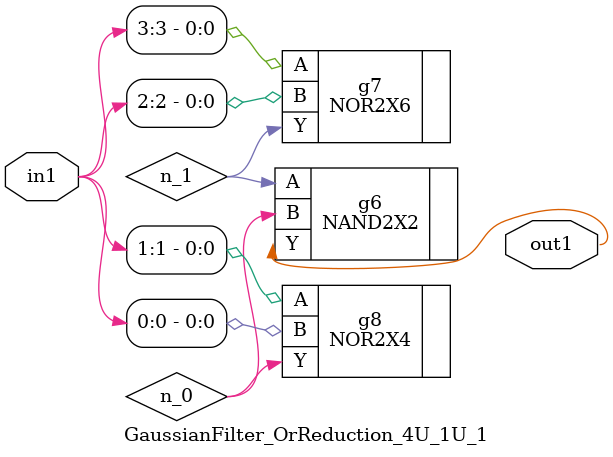
<source format=v>
`timescale 1ps / 1ps


module GaussianFilter_OrReduction_4U_1U_1(in1, out1);
  input [3:0] in1;
  output out1;
  wire [3:0] in1;
  wire out1;
  wire n_0, n_1;
  NAND2X2 g6(.A (n_1), .B (n_0), .Y (out1));
  NOR2X6 g7(.A (in1[3]), .B (in1[2]), .Y (n_1));
  NOR2X4 g8(.A (in1[1]), .B (in1[0]), .Y (n_0));
endmodule


</source>
